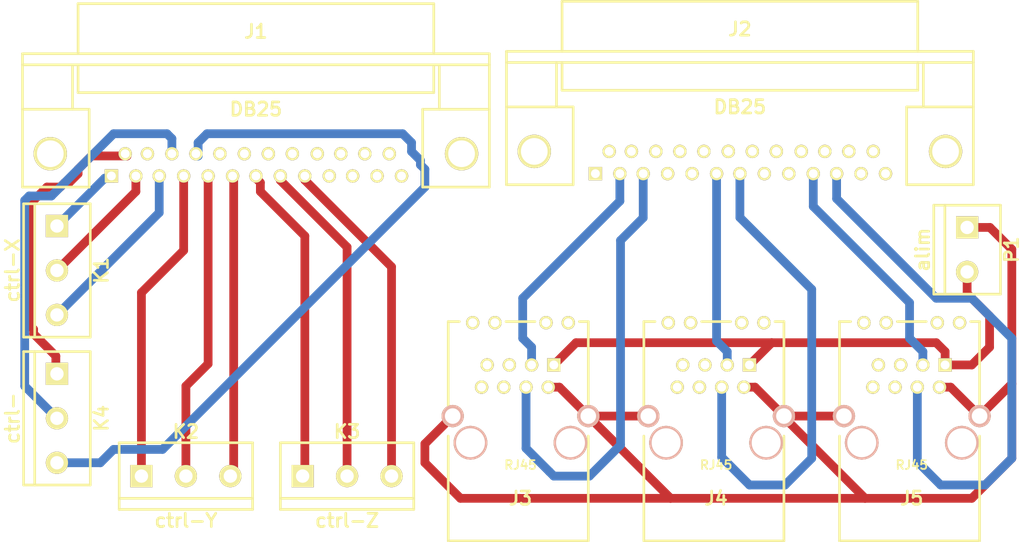
<source format=kicad_pcb>
(kicad_pcb (version 3) (host pcbnew "(2013-07-07 BZR 4022)-stable")

  (general
    (links 30)
    (no_connects 0)
    (area 115.824 86.36 234.188 150.368)
    (thickness 1.6)
    (drawings 0)
    (tracks 138)
    (zones 0)
    (modules 10)
    (nets 21)
  )

  (page A3)
  (layers
    (15 Dessus.Cu signal)
    (0 Dessous.Cu signal)
    (16 Dessous.Adhes user)
    (17 Dessus.Adhes user)
    (18 Dessous.Pate user)
    (19 Dessus.Pate user)
    (20 Dessous.SilkS user)
    (21 Dessus.SilkS user)
    (22 Dessous.Masque user)
    (23 Dessus.Masque user)
    (24 Dessin.User user)
    (25 Cmts.User user)
    (26 Eco1.User user)
    (27 Eco2.User user)
    (28 Contours.Ci user)
  )

  (setup
    (last_trace_width 1)
    (trace_clearance 1)
    (zone_clearance 0.508)
    (zone_45_only no)
    (trace_min 0.254)
    (segment_width 0.2)
    (edge_width 0.15)
    (via_size 2)
    (via_drill 1)
    (via_min_size 0.889)
    (via_min_drill 0.508)
    (uvia_size 0.508)
    (uvia_drill 0.127)
    (uvias_allowed no)
    (uvia_min_size 0.508)
    (uvia_min_drill 0.127)
    (pcb_text_width 0.3)
    (pcb_text_size 1.5 1.5)
    (mod_edge_width 0.15)
    (mod_text_size 1.5 1.5)
    (mod_text_width 0.15)
    (pad_size 1.524 1.524)
    (pad_drill 0.762)
    (pad_to_mask_clearance 0.2)
    (aux_axis_origin 0 0)
    (visible_elements FFFFFFBF)
    (pcbplotparams
      (layerselection 3178497)
      (usegerberextensions true)
      (excludeedgelayer true)
      (linewidth 0.100000)
      (plotframeref false)
      (viasonmask false)
      (mode 1)
      (useauxorigin false)
      (hpglpennumber 1)
      (hpglpenspeed 20)
      (hpglpendiameter 15)
      (hpglpenoverlay 2)
      (psnegative false)
      (psa4output false)
      (plotreference true)
      (plotvalue true)
      (plotothertext true)
      (plotinvisibletext false)
      (padsonsilk false)
      (subtractmaskfromsilk false)
      (outputformat 1)
      (mirror false)
      (drillshape 1)
      (scaleselection 1)
      (outputdirectory ""))
  )

  (net 0 "")
  (net 1 +5V)
  (net 2 GND)
  (net 3 N-000001)
  (net 4 N-0000011)
  (net 5 N-0000012)
  (net 6 N-0000013)
  (net 7 N-0000014)
  (net 8 N-0000015)
  (net 9 N-0000016)
  (net 10 N-0000017)
  (net 11 N-0000018)
  (net 12 N-0000019)
  (net 13 N-000002)
  (net 14 N-0000020)
  (net 15 N-000003)
  (net 16 N-000004)
  (net 17 N-000005)
  (net 18 N-000006)
  (net 19 N-000007)
  (net 20 N-000008)

  (net_class Default "Ceci est la Netclass par défaut"
    (clearance 1)
    (trace_width 1)
    (via_dia 2)
    (via_drill 1)
    (uvia_dia 0.508)
    (uvia_drill 0.127)
    (add_net "")
    (add_net +5V)
    (add_net GND)
    (add_net N-000001)
    (add_net N-0000011)
    (add_net N-0000012)
    (add_net N-0000013)
    (add_net N-0000014)
    (add_net N-0000015)
    (add_net N-0000016)
    (add_net N-0000017)
    (add_net N-0000018)
    (add_net N-0000019)
    (add_net N-000002)
    (add_net N-0000020)
    (add_net N-000003)
    (add_net N-000004)
    (add_net N-000005)
    (add_net N-000006)
    (add_net N-000007)
    (add_net N-000008)
  )

  (module RJ45_TRANSFO (layer Dessus.Cu) (tedit 4C6963A3) (tstamp 52B60510)
    (at 224.536 129.54)
    (tags RJ45)
    (path /52B5FB4D)
    (fp_text reference J5 (at -3.81 15.24) (layer Dessus.SilkS)
      (effects (font (size 1.524 1.524) (thickness 0.3048)))
    )
    (fp_text value RJ45 (at -3.81 11.43) (layer Dessus.SilkS)
      (effects (font (size 1.00076 1.00076) (thickness 0.2032)))
    )
    (fp_line (start 3.937 20.066) (end 3.937 8.128) (layer Dessus.SilkS) (width 0.3048))
    (fp_line (start 3.937 4.953) (end 3.937 -4.953) (layer Dessus.SilkS) (width 0.3048))
    (fp_line (start -12.065 20.066) (end -12.065 8.128) (layer Dessus.SilkS) (width 0.3048))
    (fp_line (start -12.065 4.953) (end -12.065 -4.953) (layer Dessus.SilkS) (width 0.3048))
    (fp_line (start 3.937 -4.953) (end 2.921 -4.953) (layer Dessus.SilkS) (width 0.3048))
    (fp_line (start -5.461 -4.953) (end -2.159 -4.953) (layer Dessus.SilkS) (width 0.3048))
    (fp_line (start -12.065 -4.953) (end -10.795 -4.953) (layer Dessus.SilkS) (width 0.3048))
    (fp_line (start -12.065 20.11172) (end 3.937 20.11172) (layer Dessus.SilkS) (width 0.3048))
    (pad Hole thru_hole circle (at 1.905 8.89) (size 3.85064 3.85064) (drill 3.302)
      (layers *.Cu *.SilkS *.Mask)
    )
    (pad Hole thru_hole circle (at -9.525 8.89) (size 3.85064 3.85064) (drill 3.302)
      (layers *.Cu *.SilkS *.Mask)
    )
    (pad 8 thru_hole circle (at -8.255 2.54) (size 1.524 1.524) (drill 1.016)
      (layers *.Cu *.Mask Dessus.SilkS)
    )
    (pad 7 thru_hole circle (at -7.62 0) (size 1.524 1.524) (drill 1.016)
      (layers *.Cu *.Mask Dessus.SilkS)
    )
    (pad 6 thru_hole circle (at -5.715 2.54) (size 1.524 1.524) (drill 1.016)
      (layers *.Cu *.Mask Dessus.SilkS)
    )
    (pad 5 thru_hole circle (at -5.08 0) (size 1.524 1.524) (drill 1.016)
      (layers *.Cu *.Mask Dessus.SilkS)
    )
    (pad 4 thru_hole circle (at -3.175 2.54) (size 1.524 1.524) (drill 1.016)
      (layers *.Cu *.Mask Dessus.SilkS)
      (net 7 N-0000014)
    )
    (pad 3 thru_hole circle (at -2.54 0) (size 1.524 1.524) (drill 1.016)
      (layers *.Cu *.Mask Dessus.SilkS)
      (net 10 N-0000017)
    )
    (pad 2 thru_hole circle (at -0.635 2.54) (size 1.524 1.524) (drill 1.016)
      (layers *.Cu *.Mask Dessus.SilkS)
      (net 2 GND)
    )
    (pad 13 thru_hole circle (at 3.937 5.842) (size 2.54 2.54) (drill 1.778)
      (layers *.Cu *.SilkS *.Mask)
      (net 2 GND)
    )
    (pad 13 thru_hole circle (at -11.557 5.842) (size 2.54 2.54) (drill 1.778)
      (layers *.Cu *.SilkS *.Mask)
      (net 2 GND)
    )
    (pad YK thru_hole circle (at -6.731 -4.826) (size 1.524 1.524) (drill 1.016)
      (layers *.Cu *.Mask Dessus.SilkS)
    )
    (pad GA thru_hole circle (at -0.889 -4.826) (size 1.524 1.524) (drill 1.016)
      (layers *.Cu *.Mask Dessus.SilkS)
    )
    (pad YA thru_hole circle (at -9.271 -4.826) (size 1.524 1.524) (drill 1.016)
      (layers *.Cu *.Mask Dessus.SilkS)
    )
    (pad GK thru_hole circle (at 1.651 -4.826) (size 1.524 1.524) (drill 1.016)
      (layers *.Cu *.Mask Dessus.SilkS)
    )
    (pad 1 thru_hole rect (at 0 0) (size 1.524 1.524) (drill 1.016)
      (layers *.Cu *.Mask Dessus.SilkS)
      (net 1 +5V)
    )
  )

  (module RJ45_TRANSFO (layer Dessus.Cu) (tedit 4C6963A3) (tstamp 52B6052C)
    (at 202.184 129.54)
    (tags RJ45)
    (path /52B5FC63)
    (fp_text reference J4 (at -3.81 15.24) (layer Dessus.SilkS)
      (effects (font (size 1.524 1.524) (thickness 0.3048)))
    )
    (fp_text value RJ45 (at -3.81 11.43) (layer Dessus.SilkS)
      (effects (font (size 1.00076 1.00076) (thickness 0.2032)))
    )
    (fp_line (start 3.937 20.066) (end 3.937 8.128) (layer Dessus.SilkS) (width 0.3048))
    (fp_line (start 3.937 4.953) (end 3.937 -4.953) (layer Dessus.SilkS) (width 0.3048))
    (fp_line (start -12.065 20.066) (end -12.065 8.128) (layer Dessus.SilkS) (width 0.3048))
    (fp_line (start -12.065 4.953) (end -12.065 -4.953) (layer Dessus.SilkS) (width 0.3048))
    (fp_line (start 3.937 -4.953) (end 2.921 -4.953) (layer Dessus.SilkS) (width 0.3048))
    (fp_line (start -5.461 -4.953) (end -2.159 -4.953) (layer Dessus.SilkS) (width 0.3048))
    (fp_line (start -12.065 -4.953) (end -10.795 -4.953) (layer Dessus.SilkS) (width 0.3048))
    (fp_line (start -12.065 20.11172) (end 3.937 20.11172) (layer Dessus.SilkS) (width 0.3048))
    (pad Hole thru_hole circle (at 1.905 8.89) (size 3.85064 3.85064) (drill 3.302)
      (layers *.Cu *.SilkS *.Mask)
    )
    (pad Hole thru_hole circle (at -9.525 8.89) (size 3.85064 3.85064) (drill 3.302)
      (layers *.Cu *.SilkS *.Mask)
    )
    (pad 8 thru_hole circle (at -8.255 2.54) (size 1.524 1.524) (drill 1.016)
      (layers *.Cu *.Mask Dessus.SilkS)
    )
    (pad 7 thru_hole circle (at -7.62 0) (size 1.524 1.524) (drill 1.016)
      (layers *.Cu *.Mask Dessus.SilkS)
    )
    (pad 6 thru_hole circle (at -5.715 2.54) (size 1.524 1.524) (drill 1.016)
      (layers *.Cu *.Mask Dessus.SilkS)
    )
    (pad 5 thru_hole circle (at -5.08 0) (size 1.524 1.524) (drill 1.016)
      (layers *.Cu *.Mask Dessus.SilkS)
    )
    (pad 4 thru_hole circle (at -3.175 2.54) (size 1.524 1.524) (drill 1.016)
      (layers *.Cu *.Mask Dessus.SilkS)
      (net 9 N-0000016)
    )
    (pad 3 thru_hole circle (at -2.54 0) (size 1.524 1.524) (drill 1.016)
      (layers *.Cu *.Mask Dessus.SilkS)
      (net 8 N-0000015)
    )
    (pad 2 thru_hole circle (at -0.635 2.54) (size 1.524 1.524) (drill 1.016)
      (layers *.Cu *.Mask Dessus.SilkS)
      (net 2 GND)
    )
    (pad 13 thru_hole circle (at 3.937 5.842) (size 2.54 2.54) (drill 1.778)
      (layers *.Cu *.SilkS *.Mask)
      (net 2 GND)
    )
    (pad 13 thru_hole circle (at -11.557 5.842) (size 2.54 2.54) (drill 1.778)
      (layers *.Cu *.SilkS *.Mask)
      (net 2 GND)
    )
    (pad YK thru_hole circle (at -6.731 -4.826) (size 1.524 1.524) (drill 1.016)
      (layers *.Cu *.Mask Dessus.SilkS)
    )
    (pad GA thru_hole circle (at -0.889 -4.826) (size 1.524 1.524) (drill 1.016)
      (layers *.Cu *.Mask Dessus.SilkS)
    )
    (pad YA thru_hole circle (at -9.271 -4.826) (size 1.524 1.524) (drill 1.016)
      (layers *.Cu *.Mask Dessus.SilkS)
    )
    (pad GK thru_hole circle (at 1.651 -4.826) (size 1.524 1.524) (drill 1.016)
      (layers *.Cu *.Mask Dessus.SilkS)
    )
    (pad 1 thru_hole rect (at 0 0) (size 1.524 1.524) (drill 1.016)
      (layers *.Cu *.Mask Dessus.SilkS)
      (net 1 +5V)
    )
  )

  (module RJ45_TRANSFO (layer Dessus.Cu) (tedit 4C6963A3) (tstamp 52B60548)
    (at 179.832 129.54)
    (tags RJ45)
    (path /52B5FC69)
    (fp_text reference J3 (at -3.81 15.24) (layer Dessus.SilkS)
      (effects (font (size 1.524 1.524) (thickness 0.3048)))
    )
    (fp_text value RJ45 (at -3.81 11.43) (layer Dessus.SilkS)
      (effects (font (size 1.00076 1.00076) (thickness 0.2032)))
    )
    (fp_line (start 3.937 20.066) (end 3.937 8.128) (layer Dessus.SilkS) (width 0.3048))
    (fp_line (start 3.937 4.953) (end 3.937 -4.953) (layer Dessus.SilkS) (width 0.3048))
    (fp_line (start -12.065 20.066) (end -12.065 8.128) (layer Dessus.SilkS) (width 0.3048))
    (fp_line (start -12.065 4.953) (end -12.065 -4.953) (layer Dessus.SilkS) (width 0.3048))
    (fp_line (start 3.937 -4.953) (end 2.921 -4.953) (layer Dessus.SilkS) (width 0.3048))
    (fp_line (start -5.461 -4.953) (end -2.159 -4.953) (layer Dessus.SilkS) (width 0.3048))
    (fp_line (start -12.065 -4.953) (end -10.795 -4.953) (layer Dessus.SilkS) (width 0.3048))
    (fp_line (start -12.065 20.11172) (end 3.937 20.11172) (layer Dessus.SilkS) (width 0.3048))
    (pad Hole thru_hole circle (at 1.905 8.89) (size 3.85064 3.85064) (drill 3.302)
      (layers *.Cu *.SilkS *.Mask)
    )
    (pad Hole thru_hole circle (at -9.525 8.89) (size 3.85064 3.85064) (drill 3.302)
      (layers *.Cu *.SilkS *.Mask)
    )
    (pad 8 thru_hole circle (at -8.255 2.54) (size 1.524 1.524) (drill 1.016)
      (layers *.Cu *.Mask Dessus.SilkS)
    )
    (pad 7 thru_hole circle (at -7.62 0) (size 1.524 1.524) (drill 1.016)
      (layers *.Cu *.Mask Dessus.SilkS)
    )
    (pad 6 thru_hole circle (at -5.715 2.54) (size 1.524 1.524) (drill 1.016)
      (layers *.Cu *.Mask Dessus.SilkS)
    )
    (pad 5 thru_hole circle (at -5.08 0) (size 1.524 1.524) (drill 1.016)
      (layers *.Cu *.Mask Dessus.SilkS)
    )
    (pad 4 thru_hole circle (at -3.175 2.54) (size 1.524 1.524) (drill 1.016)
      (layers *.Cu *.Mask Dessus.SilkS)
      (net 14 N-0000020)
    )
    (pad 3 thru_hole circle (at -2.54 0) (size 1.524 1.524) (drill 1.016)
      (layers *.Cu *.Mask Dessus.SilkS)
      (net 12 N-0000019)
    )
    (pad 2 thru_hole circle (at -0.635 2.54) (size 1.524 1.524) (drill 1.016)
      (layers *.Cu *.Mask Dessus.SilkS)
      (net 2 GND)
    )
    (pad 13 thru_hole circle (at 3.937 5.842) (size 2.54 2.54) (drill 1.778)
      (layers *.Cu *.SilkS *.Mask)
      (net 2 GND)
    )
    (pad 13 thru_hole circle (at -11.557 5.842) (size 2.54 2.54) (drill 1.778)
      (layers *.Cu *.SilkS *.Mask)
      (net 2 GND)
    )
    (pad YK thru_hole circle (at -6.731 -4.826) (size 1.524 1.524) (drill 1.016)
      (layers *.Cu *.Mask Dessus.SilkS)
    )
    (pad GA thru_hole circle (at -0.889 -4.826) (size 1.524 1.524) (drill 1.016)
      (layers *.Cu *.Mask Dessus.SilkS)
    )
    (pad YA thru_hole circle (at -9.271 -4.826) (size 1.524 1.524) (drill 1.016)
      (layers *.Cu *.Mask Dessus.SilkS)
    )
    (pad GK thru_hole circle (at 1.651 -4.826) (size 1.524 1.524) (drill 1.016)
      (layers *.Cu *.Mask Dessus.SilkS)
    )
    (pad 1 thru_hole rect (at 0 0) (size 1.524 1.524) (drill 1.016)
      (layers *.Cu *.Mask Dessus.SilkS)
      (net 1 +5V)
    )
  )

  (module DB25FC (layer Dessus.Cu) (tedit 200000) (tstamp 52B6057B)
    (at 201.0918 106.4133)
    (descr "Connecteur DB25 femelle couche")
    (tags "CONN DB25")
    (path /52B5FB03)
    (fp_text reference J2 (at 0 -15.24) (layer Dessus.SilkS)
      (effects (font (size 1.524 1.524) (thickness 0.3048)))
    )
    (fp_text value DB25 (at 0 -6.35) (layer Dessus.SilkS)
      (effects (font (size 1.524 1.524) (thickness 0.3048)))
    )
    (fp_line (start 26.67 -11.43) (end 26.67 2.54) (layer Dessus.SilkS) (width 0.3048))
    (fp_line (start 19.05 -6.35) (end 19.05 2.54) (layer Dessus.SilkS) (width 0.3048))
    (fp_line (start 20.955 -11.43) (end 20.955 -6.35) (layer Dessus.SilkS) (width 0.3048))
    (fp_line (start -20.955 -11.43) (end -20.955 -6.35) (layer Dessus.SilkS) (width 0.3048))
    (fp_line (start -19.05 -6.35) (end -19.05 2.54) (layer Dessus.SilkS) (width 0.3048))
    (fp_line (start -26.67 2.54) (end -26.67 -11.43) (layer Dessus.SilkS) (width 0.3048))
    (fp_line (start 26.67 -6.35) (end 19.05 -6.35) (layer Dessus.SilkS) (width 0.3048))
    (fp_line (start -26.67 -6.35) (end -19.05 -6.35) (layer Dessus.SilkS) (width 0.3048))
    (fp_line (start 20.32 -8.255) (end 20.32 -11.43) (layer Dessus.SilkS) (width 0.3048))
    (fp_line (start -20.32 -8.255) (end -20.32 -11.43) (layer Dessus.SilkS) (width 0.3048))
    (fp_line (start 20.32 -18.415) (end 20.32 -12.7) (layer Dessus.SilkS) (width 0.3048))
    (fp_line (start -20.32 -18.415) (end -20.32 -12.7) (layer Dessus.SilkS) (width 0.3048))
    (fp_line (start 26.67 -11.43) (end 26.67 -12.7) (layer Dessus.SilkS) (width 0.3048))
    (fp_line (start 26.67 -12.7) (end -26.67 -12.7) (layer Dessus.SilkS) (width 0.3048))
    (fp_line (start -26.67 -12.7) (end -26.67 -11.43) (layer Dessus.SilkS) (width 0.3048))
    (fp_line (start -26.67 -11.43) (end 26.67 -11.43) (layer Dessus.SilkS) (width 0.3048))
    (fp_line (start 19.05 2.54) (end 26.67 2.54) (layer Dessus.SilkS) (width 0.3048))
    (fp_line (start -20.32 -8.255) (end 20.32 -8.255) (layer Dessus.SilkS) (width 0.3048))
    (fp_line (start -20.32 -18.415) (end 20.32 -18.415) (layer Dessus.SilkS) (width 0.3048))
    (fp_line (start -26.67 2.54) (end -19.05 2.54) (layer Dessus.SilkS) (width 0.3048))
    (pad "" thru_hole circle (at 23.495 -1.27) (size 3.81 3.81) (drill 3.048)
      (layers *.Cu *.Mask Dessus.SilkS)
    )
    (pad "" thru_hole circle (at -23.495 -1.27) (size 3.81 3.81) (drill 3.048)
      (layers *.Cu *.Mask Dessus.SilkS)
    )
    (pad 1 thru_hole rect (at -16.51 1.27) (size 1.524 1.524) (drill 1.016)
      (layers *.Cu *.Mask Dessus.SilkS)
    )
    (pad 2 thru_hole circle (at -13.716 1.27) (size 1.524 1.524) (drill 1.016)
      (layers *.Cu *.Mask Dessus.SilkS)
      (net 12 N-0000019)
    )
    (pad 3 thru_hole circle (at -11.049 1.27) (size 1.524 1.524) (drill 1.016)
      (layers *.Cu *.Mask Dessus.SilkS)
      (net 14 N-0000020)
    )
    (pad 4 thru_hole circle (at -8.255 1.27) (size 1.524 1.524) (drill 1.016)
      (layers *.Cu *.Mask Dessus.SilkS)
    )
    (pad 5 thru_hole circle (at -5.461 1.27) (size 1.524 1.524) (drill 1.016)
      (layers *.Cu *.Mask Dessus.SilkS)
    )
    (pad 6 thru_hole circle (at -2.667 1.27) (size 1.524 1.524) (drill 1.016)
      (layers *.Cu *.Mask Dessus.SilkS)
      (net 8 N-0000015)
    )
    (pad 7 thru_hole circle (at 0 1.27) (size 1.524 1.524) (drill 1.016)
      (layers *.Cu *.Mask Dessus.SilkS)
      (net 9 N-0000016)
    )
    (pad 8 thru_hole circle (at 2.794 1.27) (size 1.524 1.524) (drill 1.016)
      (layers *.Cu *.Mask Dessus.SilkS)
    )
    (pad 9 thru_hole circle (at 5.588 1.27) (size 1.524 1.524) (drill 1.016)
      (layers *.Cu *.Mask Dessus.SilkS)
    )
    (pad 10 thru_hole circle (at 8.382 1.27) (size 1.524 1.524) (drill 1.016)
      (layers *.Cu *.Mask Dessus.SilkS)
      (net 10 N-0000017)
    )
    (pad 11 thru_hole circle (at 11.049 1.27) (size 1.524 1.524) (drill 1.016)
      (layers *.Cu *.Mask Dessus.SilkS)
      (net 7 N-0000014)
    )
    (pad 12 thru_hole circle (at 13.843 1.27) (size 1.524 1.524) (drill 1.016)
      (layers *.Cu *.Mask Dessus.SilkS)
    )
    (pad 13 thru_hole circle (at 16.637 1.27) (size 1.524 1.524) (drill 1.016)
      (layers *.Cu *.Mask Dessus.SilkS)
    )
    (pad 14 thru_hole circle (at -14.9352 -1.27) (size 1.524 1.524) (drill 1.016)
      (layers *.Cu *.Mask Dessus.SilkS)
    )
    (pad 15 thru_hole circle (at -12.3952 -1.27) (size 1.524 1.524) (drill 1.016)
      (layers *.Cu *.Mask Dessus.SilkS)
    )
    (pad 16 thru_hole circle (at -9.6012 -1.27) (size 1.524 1.524) (drill 1.016)
      (layers *.Cu *.Mask Dessus.SilkS)
    )
    (pad 17 thru_hole circle (at -6.858 -1.27) (size 1.524 1.524) (drill 1.016)
      (layers *.Cu *.Mask Dessus.SilkS)
    )
    (pad 18 thru_hole circle (at -4.1148 -1.27) (size 1.524 1.524) (drill 1.016)
      (layers *.Cu *.Mask Dessus.SilkS)
    )
    (pad 19 thru_hole circle (at -1.3208 -1.27) (size 1.524 1.524) (drill 1.016)
      (layers *.Cu *.Mask Dessus.SilkS)
    )
    (pad 20 thru_hole circle (at 1.4224 -1.27) (size 1.524 1.524) (drill 1.016)
      (layers *.Cu *.Mask Dessus.SilkS)
    )
    (pad 21 thru_hole circle (at 4.1656 -1.27) (size 1.524 1.524) (drill 1.016)
      (layers *.Cu *.Mask Dessus.SilkS)
    )
    (pad 22 thru_hole circle (at 7.0104 -1.27) (size 1.524 1.524) (drill 1.016)
      (layers *.Cu *.Mask Dessus.SilkS)
    )
    (pad 23 thru_hole circle (at 9.7028 -1.27) (size 1.524 1.524) (drill 1.016)
      (layers *.Cu *.Mask Dessus.SilkS)
    )
    (pad 24 thru_hole circle (at 12.446 -1.27) (size 1.524 1.524) (drill 1.016)
      (layers *.Cu *.Mask Dessus.SilkS)
    )
    (pad 25 thru_hole circle (at 15.24 -1.27) (size 1.524 1.524) (drill 1.016)
      (layers *.Cu *.Mask Dessus.SilkS)
    )
    (model conn_DBxx/db25_female_pin90deg.wrl
      (at (xyz 0 0 0))
      (scale (xyz 1 1 1))
      (rotate (xyz 0 0 0))
    )
  )

  (module DB25FC (layer Dessus.Cu) (tedit 200000) (tstamp 52B605AE)
    (at 145.796 106.68)
    (descr "Connecteur DB25 femelle couche")
    (tags "CONN DB25")
    (path /52B5FB13)
    (fp_text reference J1 (at 0 -15.24) (layer Dessus.SilkS)
      (effects (font (size 1.524 1.524) (thickness 0.3048)))
    )
    (fp_text value DB25 (at 0 -6.35) (layer Dessus.SilkS)
      (effects (font (size 1.524 1.524) (thickness 0.3048)))
    )
    (fp_line (start 26.67 -11.43) (end 26.67 2.54) (layer Dessus.SilkS) (width 0.3048))
    (fp_line (start 19.05 -6.35) (end 19.05 2.54) (layer Dessus.SilkS) (width 0.3048))
    (fp_line (start 20.955 -11.43) (end 20.955 -6.35) (layer Dessus.SilkS) (width 0.3048))
    (fp_line (start -20.955 -11.43) (end -20.955 -6.35) (layer Dessus.SilkS) (width 0.3048))
    (fp_line (start -19.05 -6.35) (end -19.05 2.54) (layer Dessus.SilkS) (width 0.3048))
    (fp_line (start -26.67 2.54) (end -26.67 -11.43) (layer Dessus.SilkS) (width 0.3048))
    (fp_line (start 26.67 -6.35) (end 19.05 -6.35) (layer Dessus.SilkS) (width 0.3048))
    (fp_line (start -26.67 -6.35) (end -19.05 -6.35) (layer Dessus.SilkS) (width 0.3048))
    (fp_line (start 20.32 -8.255) (end 20.32 -11.43) (layer Dessus.SilkS) (width 0.3048))
    (fp_line (start -20.32 -8.255) (end -20.32 -11.43) (layer Dessus.SilkS) (width 0.3048))
    (fp_line (start 20.32 -18.415) (end 20.32 -12.7) (layer Dessus.SilkS) (width 0.3048))
    (fp_line (start -20.32 -18.415) (end -20.32 -12.7) (layer Dessus.SilkS) (width 0.3048))
    (fp_line (start 26.67 -11.43) (end 26.67 -12.7) (layer Dessus.SilkS) (width 0.3048))
    (fp_line (start 26.67 -12.7) (end -26.67 -12.7) (layer Dessus.SilkS) (width 0.3048))
    (fp_line (start -26.67 -12.7) (end -26.67 -11.43) (layer Dessus.SilkS) (width 0.3048))
    (fp_line (start -26.67 -11.43) (end 26.67 -11.43) (layer Dessus.SilkS) (width 0.3048))
    (fp_line (start 19.05 2.54) (end 26.67 2.54) (layer Dessus.SilkS) (width 0.3048))
    (fp_line (start -20.32 -8.255) (end 20.32 -8.255) (layer Dessus.SilkS) (width 0.3048))
    (fp_line (start -20.32 -18.415) (end 20.32 -18.415) (layer Dessus.SilkS) (width 0.3048))
    (fp_line (start -26.67 2.54) (end -19.05 2.54) (layer Dessus.SilkS) (width 0.3048))
    (pad "" thru_hole circle (at 23.495 -1.27) (size 3.81 3.81) (drill 3.048)
      (layers *.Cu *.Mask Dessus.SilkS)
    )
    (pad "" thru_hole circle (at -23.495 -1.27) (size 3.81 3.81) (drill 3.048)
      (layers *.Cu *.Mask Dessus.SilkS)
    )
    (pad 1 thru_hole rect (at -16.51 1.27) (size 1.524 1.524) (drill 1.016)
      (layers *.Cu *.Mask Dessus.SilkS)
      (net 4 N-0000011)
    )
    (pad 2 thru_hole circle (at -13.716 1.27) (size 1.524 1.524) (drill 1.016)
      (layers *.Cu *.Mask Dessus.SilkS)
      (net 5 N-0000012)
    )
    (pad 3 thru_hole circle (at -11.049 1.27) (size 1.524 1.524) (drill 1.016)
      (layers *.Cu *.Mask Dessus.SilkS)
      (net 6 N-0000013)
    )
    (pad 4 thru_hole circle (at -8.255 1.27) (size 1.524 1.524) (drill 1.016)
      (layers *.Cu *.Mask Dessus.SilkS)
      (net 3 N-000001)
    )
    (pad 5 thru_hole circle (at -5.461 1.27) (size 1.524 1.524) (drill 1.016)
      (layers *.Cu *.Mask Dessus.SilkS)
      (net 13 N-000002)
    )
    (pad 6 thru_hole circle (at -2.667 1.27) (size 1.524 1.524) (drill 1.016)
      (layers *.Cu *.Mask Dessus.SilkS)
      (net 15 N-000003)
    )
    (pad 7 thru_hole circle (at 0 1.27) (size 1.524 1.524) (drill 1.016)
      (layers *.Cu *.Mask Dessus.SilkS)
      (net 16 N-000004)
    )
    (pad 8 thru_hole circle (at 2.794 1.27) (size 1.524 1.524) (drill 1.016)
      (layers *.Cu *.Mask Dessus.SilkS)
      (net 17 N-000005)
    )
    (pad 9 thru_hole circle (at 5.588 1.27) (size 1.524 1.524) (drill 1.016)
      (layers *.Cu *.Mask Dessus.SilkS)
      (net 18 N-000006)
    )
    (pad 10 thru_hole circle (at 8.382 1.27) (size 1.524 1.524) (drill 1.016)
      (layers *.Cu *.Mask Dessus.SilkS)
    )
    (pad 11 thru_hole circle (at 11.049 1.27) (size 1.524 1.524) (drill 1.016)
      (layers *.Cu *.Mask Dessus.SilkS)
    )
    (pad 12 thru_hole circle (at 13.843 1.27) (size 1.524 1.524) (drill 1.016)
      (layers *.Cu *.Mask Dessus.SilkS)
    )
    (pad 13 thru_hole circle (at 16.637 1.27) (size 1.524 1.524) (drill 1.016)
      (layers *.Cu *.Mask Dessus.SilkS)
    )
    (pad 14 thru_hole circle (at -14.9352 -1.27) (size 1.524 1.524) (drill 1.016)
      (layers *.Cu *.Mask Dessus.SilkS)
      (net 19 N-000007)
    )
    (pad 15 thru_hole circle (at -12.3952 -1.27) (size 1.524 1.524) (drill 1.016)
      (layers *.Cu *.Mask Dessus.SilkS)
    )
    (pad 16 thru_hole circle (at -9.6012 -1.27) (size 1.524 1.524) (drill 1.016)
      (layers *.Cu *.Mask Dessus.SilkS)
      (net 20 N-000008)
    )
    (pad 17 thru_hole circle (at -6.858 -1.27) (size 1.524 1.524) (drill 1.016)
      (layers *.Cu *.Mask Dessus.SilkS)
      (net 11 N-0000018)
    )
    (pad 18 thru_hole circle (at -4.1148 -1.27) (size 1.524 1.524) (drill 1.016)
      (layers *.Cu *.Mask Dessus.SilkS)
    )
    (pad 19 thru_hole circle (at -1.3208 -1.27) (size 1.524 1.524) (drill 1.016)
      (layers *.Cu *.Mask Dessus.SilkS)
    )
    (pad 20 thru_hole circle (at 1.4224 -1.27) (size 1.524 1.524) (drill 1.016)
      (layers *.Cu *.Mask Dessus.SilkS)
    )
    (pad 21 thru_hole circle (at 4.1656 -1.27) (size 1.524 1.524) (drill 1.016)
      (layers *.Cu *.Mask Dessus.SilkS)
    )
    (pad 22 thru_hole circle (at 7.0104 -1.27) (size 1.524 1.524) (drill 1.016)
      (layers *.Cu *.Mask Dessus.SilkS)
    )
    (pad 23 thru_hole circle (at 9.7028 -1.27) (size 1.524 1.524) (drill 1.016)
      (layers *.Cu *.Mask Dessus.SilkS)
    )
    (pad 24 thru_hole circle (at 12.446 -1.27) (size 1.524 1.524) (drill 1.016)
      (layers *.Cu *.Mask Dessus.SilkS)
    )
    (pad 25 thru_hole circle (at 15.24 -1.27) (size 1.524 1.524) (drill 1.016)
      (layers *.Cu *.Mask Dessus.SilkS)
    )
    (model conn_DBxx/db25_female_pin90deg.wrl
      (at (xyz 0 0 0))
      (scale (xyz 1 1 1))
      (rotate (xyz 0 0 0))
    )
  )

  (module bornier3 (layer Dessus.Cu) (tedit 3EC0ECFA) (tstamp 52B605BA)
    (at 123.063 118.745 270)
    (descr "Bornier d'alimentation 3 pins")
    (tags DEV)
    (path /52B5FD20)
    (fp_text reference K1 (at 0 -5.08 270) (layer Dessus.SilkS)
      (effects (font (size 1.524 1.524) (thickness 0.3048)))
    )
    (fp_text value ctrl-X (at 0 5.08 270) (layer Dessus.SilkS)
      (effects (font (size 1.524 1.524) (thickness 0.3048)))
    )
    (fp_line (start -7.62 3.81) (end -7.62 -3.81) (layer Dessus.SilkS) (width 0.3048))
    (fp_line (start 7.62 3.81) (end 7.62 -3.81) (layer Dessus.SilkS) (width 0.3048))
    (fp_line (start -7.62 2.54) (end 7.62 2.54) (layer Dessus.SilkS) (width 0.3048))
    (fp_line (start -7.62 -3.81) (end 7.62 -3.81) (layer Dessus.SilkS) (width 0.3048))
    (fp_line (start -7.62 3.81) (end 7.62 3.81) (layer Dessus.SilkS) (width 0.3048))
    (pad 1 thru_hole rect (at -5.08 0 270) (size 2.54 2.54) (drill 1.524)
      (layers *.Cu *.Mask Dessus.SilkS)
      (net 4 N-0000011)
    )
    (pad 2 thru_hole circle (at 0 0 270) (size 2.54 2.54) (drill 1.524)
      (layers *.Cu *.Mask Dessus.SilkS)
      (net 5 N-0000012)
    )
    (pad 3 thru_hole circle (at 5.08 0 270) (size 2.54 2.54) (drill 1.524)
      (layers *.Cu *.Mask Dessus.SilkS)
      (net 6 N-0000013)
    )
    (model device/bornier_3.wrl
      (at (xyz 0 0 0))
      (scale (xyz 1 1 1))
      (rotate (xyz 0 0 0))
    )
  )

  (module bornier3 (layer Dessus.Cu) (tedit 3EC0ECFA) (tstamp 52B605C6)
    (at 137.795 142.24)
    (descr "Bornier d'alimentation 3 pins")
    (tags DEV)
    (path /52B5FD2D)
    (fp_text reference K2 (at 0 -5.08) (layer Dessus.SilkS)
      (effects (font (size 1.524 1.524) (thickness 0.3048)))
    )
    (fp_text value ctrl-Y (at 0 5.08) (layer Dessus.SilkS)
      (effects (font (size 1.524 1.524) (thickness 0.3048)))
    )
    (fp_line (start -7.62 3.81) (end -7.62 -3.81) (layer Dessus.SilkS) (width 0.3048))
    (fp_line (start 7.62 3.81) (end 7.62 -3.81) (layer Dessus.SilkS) (width 0.3048))
    (fp_line (start -7.62 2.54) (end 7.62 2.54) (layer Dessus.SilkS) (width 0.3048))
    (fp_line (start -7.62 -3.81) (end 7.62 -3.81) (layer Dessus.SilkS) (width 0.3048))
    (fp_line (start -7.62 3.81) (end 7.62 3.81) (layer Dessus.SilkS) (width 0.3048))
    (pad 1 thru_hole rect (at -5.08 0) (size 2.54 2.54) (drill 1.524)
      (layers *.Cu *.Mask Dessus.SilkS)
      (net 3 N-000001)
    )
    (pad 2 thru_hole circle (at 0 0) (size 2.54 2.54) (drill 1.524)
      (layers *.Cu *.Mask Dessus.SilkS)
      (net 13 N-000002)
    )
    (pad 3 thru_hole circle (at 5.08 0) (size 2.54 2.54) (drill 1.524)
      (layers *.Cu *.Mask Dessus.SilkS)
      (net 15 N-000003)
    )
    (model device/bornier_3.wrl
      (at (xyz 0 0 0))
      (scale (xyz 1 1 1))
      (rotate (xyz 0 0 0))
    )
  )

  (module bornier3 (layer Dessus.Cu) (tedit 3EC0ECFA) (tstamp 52B605D2)
    (at 156.21 142.24)
    (descr "Bornier d'alimentation 3 pins")
    (tags DEV)
    (path /52B5FD33)
    (fp_text reference K3 (at 0 -5.08) (layer Dessus.SilkS)
      (effects (font (size 1.524 1.524) (thickness 0.3048)))
    )
    (fp_text value ctrl-Z (at 0 5.08) (layer Dessus.SilkS)
      (effects (font (size 1.524 1.524) (thickness 0.3048)))
    )
    (fp_line (start -7.62 3.81) (end -7.62 -3.81) (layer Dessus.SilkS) (width 0.3048))
    (fp_line (start 7.62 3.81) (end 7.62 -3.81) (layer Dessus.SilkS) (width 0.3048))
    (fp_line (start -7.62 2.54) (end 7.62 2.54) (layer Dessus.SilkS) (width 0.3048))
    (fp_line (start -7.62 -3.81) (end 7.62 -3.81) (layer Dessus.SilkS) (width 0.3048))
    (fp_line (start -7.62 3.81) (end 7.62 3.81) (layer Dessus.SilkS) (width 0.3048))
    (pad 1 thru_hole rect (at -5.08 0) (size 2.54 2.54) (drill 1.524)
      (layers *.Cu *.Mask Dessus.SilkS)
      (net 16 N-000004)
    )
    (pad 2 thru_hole circle (at 0 0) (size 2.54 2.54) (drill 1.524)
      (layers *.Cu *.Mask Dessus.SilkS)
      (net 17 N-000005)
    )
    (pad 3 thru_hole circle (at 5.08 0) (size 2.54 2.54) (drill 1.524)
      (layers *.Cu *.Mask Dessus.SilkS)
      (net 18 N-000006)
    )
    (model device/bornier_3.wrl
      (at (xyz 0 0 0))
      (scale (xyz 1 1 1))
      (rotate (xyz 0 0 0))
    )
  )

  (module bornier3 (layer Dessus.Cu) (tedit 3EC0ECFA) (tstamp 52B605DE)
    (at 123.063 135.636 270)
    (descr "Bornier d'alimentation 3 pins")
    (tags DEV)
    (path /52B5FD39)
    (fp_text reference K4 (at 0 -5.08 270) (layer Dessus.SilkS)
      (effects (font (size 1.524 1.524) (thickness 0.3048)))
    )
    (fp_text value ctrl- (at 0 5.08 270) (layer Dessus.SilkS)
      (effects (font (size 1.524 1.524) (thickness 0.3048)))
    )
    (fp_line (start -7.62 3.81) (end -7.62 -3.81) (layer Dessus.SilkS) (width 0.3048))
    (fp_line (start 7.62 3.81) (end 7.62 -3.81) (layer Dessus.SilkS) (width 0.3048))
    (fp_line (start -7.62 2.54) (end 7.62 2.54) (layer Dessus.SilkS) (width 0.3048))
    (fp_line (start -7.62 -3.81) (end 7.62 -3.81) (layer Dessus.SilkS) (width 0.3048))
    (fp_line (start -7.62 3.81) (end 7.62 3.81) (layer Dessus.SilkS) (width 0.3048))
    (pad 1 thru_hole rect (at -5.08 0 270) (size 2.54 2.54) (drill 1.524)
      (layers *.Cu *.Mask Dessus.SilkS)
      (net 19 N-000007)
    )
    (pad 2 thru_hole circle (at 0 0 270) (size 2.54 2.54) (drill 1.524)
      (layers *.Cu *.Mask Dessus.SilkS)
      (net 20 N-000008)
    )
    (pad 3 thru_hole circle (at 5.08 0 270) (size 2.54 2.54) (drill 1.524)
      (layers *.Cu *.Mask Dessus.SilkS)
      (net 11 N-0000018)
    )
    (model device/bornier_3.wrl
      (at (xyz 0 0 0))
      (scale (xyz 1 1 1))
      (rotate (xyz 0 0 0))
    )
  )

  (module bornier2 (layer Dessus.Cu) (tedit 3EC0ED69) (tstamp 52B605E9)
    (at 227.0506 116.3701 270)
    (descr "Bornier d'alimentation 2 pins")
    (tags DEV)
    (path /52B5FCB8)
    (fp_text reference P1 (at 0 -5.08 270) (layer Dessus.SilkS)
      (effects (font (size 1.524 1.524) (thickness 0.3048)))
    )
    (fp_text value alim (at 0 5.08 270) (layer Dessus.SilkS)
      (effects (font (size 1.524 1.524) (thickness 0.3048)))
    )
    (fp_line (start 5.08 2.54) (end -5.08 2.54) (layer Dessus.SilkS) (width 0.3048))
    (fp_line (start 5.08 3.81) (end 5.08 -3.81) (layer Dessus.SilkS) (width 0.3048))
    (fp_line (start 5.08 -3.81) (end -5.08 -3.81) (layer Dessus.SilkS) (width 0.3048))
    (fp_line (start -5.08 -3.81) (end -5.08 3.81) (layer Dessus.SilkS) (width 0.3048))
    (fp_line (start -5.08 3.81) (end 5.08 3.81) (layer Dessus.SilkS) (width 0.3048))
    (pad 1 thru_hole rect (at -2.54 0 270) (size 2.54 2.54) (drill 1.524)
      (layers *.Cu *.Mask Dessus.SilkS)
      (net 2 GND)
    )
    (pad 2 thru_hole circle (at 2.54 0 270) (size 2.54 2.54) (drill 1.524)
      (layers *.Cu *.Mask Dessus.SilkS)
      (net 1 +5V)
    )
    (model device/bornier_2.wrl
      (at (xyz 0 0 0))
      (scale (xyz 1 1 1))
      (rotate (xyz 0 0 0))
    )
  )

  (segment (start 204.724 127) (end 182.372 127) (width 1) (layer Dessus.Cu) (net 1))
  (segment (start 182.372 127) (end 179.832 129.54) (width 1) (layer Dessus.Cu) (net 1) (tstamp 52B6089F))
  (segment (start 224.536 129.54) (end 224.536 128.016) (width 1) (layer Dessus.Cu) (net 1))
  (segment (start 204.724 127) (end 202.184 129.54) (width 1) (layer Dessus.Cu) (net 1) (tstamp 52B6089C))
  (segment (start 223.52 127) (end 204.724 127) (width 1) (layer Dessus.Cu) (net 1) (tstamp 52B6089B))
  (segment (start 224.536 128.016) (end 223.52 127) (width 1) (layer Dessus.Cu) (net 1) (tstamp 52B6089A))
  (segment (start 227.0506 118.9101) (end 227.0506 121.3866) (width 1) (layer Dessus.Cu) (net 1))
  (segment (start 227.584 129.54) (end 224.536 129.54) (width 1) (layer Dessus.Cu) (net 1) (tstamp 52B60897))
  (segment (start 229.616 127.508) (end 227.584 129.54) (width 1) (layer Dessus.Cu) (net 1) (tstamp 52B60896))
  (segment (start 229.616 123.952) (end 229.616 127.508) (width 1) (layer Dessus.Cu) (net 1) (tstamp 52B60895))
  (segment (start 227.0506 121.3866) (end 229.616 123.952) (width 1) (layer Dessus.Cu) (net 1) (tstamp 52B60894))
  (segment (start 193.167 144.78) (end 169.164 144.78) (width 1) (layer Dessus.Cu) (net 2))
  (segment (start 165.1 138.557) (end 168.275 135.382) (width 1) (layer Dessus.Cu) (net 2) (tstamp 52B60A77))
  (segment (start 165.1 140.716) (end 165.1 138.557) (width 1) (layer Dessus.Cu) (net 2) (tstamp 52B60A75))
  (segment (start 169.164 144.78) (end 165.1 140.716) (width 1) (layer Dessus.Cu) (net 2) (tstamp 52B60A71))
  (segment (start 190.627 135.382) (end 183.769 135.382) (width 1) (layer Dessus.Cu) (net 2))
  (segment (start 212.979 135.382) (end 206.121 135.382) (width 1) (layer Dessus.Cu) (net 2))
  (segment (start 206.121 135.382) (end 206.121 135.509) (width 1) (layer Dessus.Cu) (net 2))
  (segment (start 206.121 135.509) (end 215.392 144.78) (width 1) (layer Dessus.Cu) (net 2) (tstamp 52B60A58))
  (segment (start 201.549 132.08) (end 202.819 132.08) (width 1) (layer Dessus.Cu) (net 2))
  (segment (start 202.819 132.08) (end 206.121 135.382) (width 1) (layer Dessus.Cu) (net 2) (tstamp 52B60A55))
  (segment (start 179.197 132.08) (end 180.467 132.08) (width 1) (layer Dessus.Cu) (net 2))
  (segment (start 180.467 132.08) (end 183.769 135.382) (width 1) (layer Dessus.Cu) (net 2) (tstamp 52B60A51))
  (segment (start 232.156 131.699) (end 232.156 140.208) (width 1) (layer Dessus.Cu) (net 2))
  (segment (start 232.156 140.208) (end 227.584 144.78) (width 1) (layer Dessus.Cu) (net 2) (tstamp 52B60A3C))
  (segment (start 227.584 144.78) (end 215.392 144.78) (width 1) (layer Dessus.Cu) (net 2) (tstamp 52B60A3F))
  (segment (start 193.167 144.78) (end 183.769 135.382) (width 1) (layer Dessus.Cu) (net 2) (tstamp 52B60A4A))
  (segment (start 215.392 144.78) (end 193.167 144.78) (width 1) (layer Dessus.Cu) (net 2) (tstamp 52B60A63))
  (segment (start 223.901 132.08) (end 225.171 132.08) (width 1) (layer Dessus.Cu) (net 2))
  (segment (start 225.171 132.08) (end 228.473 135.382) (width 1) (layer Dessus.Cu) (net 2) (tstamp 52B60986))
  (segment (start 227.0506 113.8301) (end 229.6541 113.8301) (width 1) (layer Dessus.Cu) (net 2))
  (segment (start 232.156 131.699) (end 228.473 135.382) (width 1) (layer Dessus.Cu) (net 2) (tstamp 52B60970))
  (segment (start 232.156 116.332) (end 232.156 131.699) (width 1) (layer Dessus.Cu) (net 2) (tstamp 52B6096D))
  (segment (start 229.6541 113.8301) (end 232.156 116.332) (width 1) (layer Dessus.Cu) (net 2) (tstamp 52B60968))
  (segment (start 137.541 107.95) (end 137.541 116.459) (width 1) (layer Dessus.Cu) (net 3) (status 400000))
  (segment (start 132.715 121.285) (end 132.715 142.24) (width 1) (layer Dessus.Cu) (net 3) (tstamp 52B60BE9) (status 800000))
  (segment (start 137.541 116.459) (end 132.715 121.285) (width 1) (layer Dessus.Cu) (net 3) (tstamp 52B60BE2))
  (segment (start 123.063 113.665) (end 128.524 108.204) (width 1) (layer Dessous.Cu) (net 4) (status 80000))
  (segment (start 128.524 108.204) (end 129.54 108.204) (width 1) (layer Dessous.Cu) (net 4) (status 80000))
  (segment (start 129.54 108.204) (end 129.286 107.95) (width 1) (layer Dessous.Cu) (net 4) (tstamp 52B60AAD) (status 80000))
  (segment (start 132.08 107.95) (end 132.08 109.728) (width 1) (layer Dessus.Cu) (net 5) (status 400000))
  (segment (start 132.08 109.728) (end 123.063 118.745) (width 1) (layer Dessus.Cu) (net 5) (tstamp 52B60BF7) (status 800000))
  (segment (start 134.747 107.95) (end 134.747 112.141) (width 1) (layer Dessous.Cu) (net 6) (status 400000))
  (segment (start 134.747 112.141) (end 123.063 123.825) (width 1) (layer Dessous.Cu) (net 6) (tstamp 52B60BFC) (status 800000))
  (segment (start 221.361 132.08) (end 221.361 140.589) (width 1) (layer Dessous.Cu) (net 7) (status 400000))
  (segment (start 212.1408 110.5408) (end 212.1408 107.6833) (width 1) (layer Dessous.Cu) (net 7) (tstamp 52B60C26) (status 800000))
  (segment (start 223.52 121.92) (end 212.1408 110.5408) (width 1) (layer Dessous.Cu) (net 7) (tstamp 52B60C1F))
  (segment (start 227.584 121.92) (end 223.52 121.92) (width 1) (layer Dessous.Cu) (net 7) (tstamp 52B60C1C))
  (segment (start 232.156 126.492) (end 227.584 121.92) (width 1) (layer Dessous.Cu) (net 7) (tstamp 52B60C19))
  (segment (start 232.156 140.208) (end 232.156 126.492) (width 1) (layer Dessous.Cu) (net 7) (tstamp 52B60C14))
  (segment (start 229.108 143.256) (end 232.156 140.208) (width 1) (layer Dessous.Cu) (net 7) (tstamp 52B60C12))
  (segment (start 224.028 143.256) (end 229.108 143.256) (width 1) (layer Dessous.Cu) (net 7) (tstamp 52B60C10))
  (segment (start 221.361 140.589) (end 224.028 143.256) (width 1) (layer Dessous.Cu) (net 7) (tstamp 52B60C0E))
  (segment (start 199.644 129.54) (end 199.644 128.016) (width 1) (layer Dessous.Cu) (net 8) (status 400000))
  (segment (start 198.4248 126.7968) (end 198.4248 107.6833) (width 1) (layer Dessous.Cu) (net 8) (tstamp 52B60B8A) (status 800000))
  (segment (start 199.644 128.016) (end 198.4248 126.7968) (width 1) (layer Dessous.Cu) (net 8) (tstamp 52B60B88))
  (segment (start 199.009 132.08) (end 199.009 140.081) (width 1) (layer Dessous.Cu) (net 9) (status 400000))
  (segment (start 201.0918 112.6998) (end 201.0918 107.6833) (width 1) (layer Dessous.Cu) (net 9) (tstamp 52B60B6C) (status 800000))
  (segment (start 209.296 120.904) (end 201.0918 112.6998) (width 1) (layer Dessous.Cu) (net 9) (tstamp 52B60B6A))
  (segment (start 209.296 140.208) (end 209.296 120.904) (width 1) (layer Dessous.Cu) (net 9) (tstamp 52B60B67))
  (segment (start 206.248 143.256) (end 209.296 140.208) (width 1) (layer Dessous.Cu) (net 9) (tstamp 52B60B66))
  (segment (start 202.184 143.256) (end 206.248 143.256) (width 1) (layer Dessous.Cu) (net 9) (tstamp 52B60B65))
  (segment (start 199.009 140.081) (end 202.184 143.256) (width 1) (layer Dessous.Cu) (net 9) (tstamp 52B60B63))
  (segment (start 221.996 129.54) (end 221.996 128.016) (width 1) (layer Dessous.Cu) (net 10) (status 400000))
  (segment (start 209.4738 111.4298) (end 209.4738 107.6833) (width 1) (layer Dessous.Cu) (net 10) (tstamp 52B60B80) (status 800000))
  (segment (start 220.472 122.428) (end 209.4738 111.4298) (width 1) (layer Dessous.Cu) (net 10) (tstamp 52B60B7E))
  (segment (start 220.472 126.492) (end 220.472 122.428) (width 1) (layer Dessous.Cu) (net 10) (tstamp 52B60B7C))
  (segment (start 221.996 128.016) (end 220.472 126.492) (width 1) (layer Dessous.Cu) (net 10) (tstamp 52B60B78))
  (segment (start 138.938 105.41) (end 139.192 105.664) (width 1) (layer Dessous.Cu) (net 11) (status 80000))
  (segment (start 139.192 105.664) (end 139.192 104.14) (width 1) (layer Dessous.Cu) (net 11) (status 80000))
  (segment (start 139.192 104.14) (end 140.208 103.124) (width 1) (layer Dessous.Cu) (net 11) (status 80000))
  (segment (start 140.208 103.124) (end 162.56 103.124) (width 1) (layer Dessous.Cu) (net 11) (status 80000))
  (segment (start 162.56 103.124) (end 163.576 104.14) (width 1) (layer Dessous.Cu) (net 11) (status 80000))
  (segment (start 163.576 104.14) (end 163.576 105.156) (width 1) (layer Dessous.Cu) (net 11) (status 80000))
  (segment (start 163.576 105.156) (end 164.592 106.172) (width 1) (layer Dessous.Cu) (net 11) (status 80000))
  (segment (start 164.592 106.172) (end 164.592 106.68) (width 1) (layer Dessous.Cu) (net 11) (status 80000))
  (segment (start 164.592 106.68) (end 165.1 107.188) (width 1) (layer Dessous.Cu) (net 11) (status 80000))
  (segment (start 165.1 107.188) (end 165.1 109.22) (width 1) (layer Dessous.Cu) (net 11) (status 80000))
  (segment (start 165.1 109.22) (end 135.128 139.192) (width 1) (layer Dessous.Cu) (net 11) (status 80000))
  (segment (start 135.128 139.192) (end 129.54 139.192) (width 1) (layer Dessous.Cu) (net 11) (status 80000))
  (segment (start 129.54 139.192) (end 128.016 140.716) (width 1) (layer Dessous.Cu) (net 11) (status 80000))
  (segment (start 128.016 140.716) (end 123.063 140.716) (width 1) (layer Dessous.Cu) (net 11) (status 80000))
  (segment (start 177.292 129.54) (end 177.292 127.508) (width 1) (layer Dessous.Cu) (net 12) (status 400000))
  (segment (start 187.3758 110.8202) (end 187.3758 107.6833) (width 1) (layer Dessous.Cu) (net 12) (tstamp 52B60C45) (status 800000))
  (segment (start 176.276 121.92) (end 187.3758 110.8202) (width 1) (layer Dessous.Cu) (net 12) (tstamp 52B60C41))
  (segment (start 176.276 126.492) (end 176.276 121.92) (width 1) (layer Dessous.Cu) (net 12) (tstamp 52B60C3D))
  (segment (start 177.292 127.508) (end 176.276 126.492) (width 1) (layer Dessous.Cu) (net 12) (tstamp 52B60C3A))
  (segment (start 140.335 107.95) (end 140.335 129.413) (width 1) (layer Dessus.Cu) (net 13) (status 400000))
  (segment (start 137.795 131.953) (end 137.795 142.24) (width 1) (layer Dessus.Cu) (net 13) (tstamp 52B60BEE) (status 800000))
  (segment (start 140.335 129.413) (end 137.795 131.953) (width 1) (layer Dessus.Cu) (net 13) (tstamp 52B60BED))
  (segment (start 176.657 132.08) (end 176.657 139.065) (width 1) (layer Dessous.Cu) (net 14) (status 400000))
  (segment (start 176.657 139.065) (end 179.324 141.732) (width 1) (layer Dessous.Cu) (net 14) (tstamp 52B60B3E))
  (segment (start 179.324 141.732) (end 179.832 142.24) (width 1) (layer Dessous.Cu) (net 14) (tstamp 52B60B44))
  (segment (start 179.832 142.24) (end 183.896 142.24) (width 1) (layer Dessous.Cu) (net 14) (tstamp 52B60B29))
  (segment (start 190.0428 112.7252) (end 190.0428 107.6833) (width 1) (layer Dessous.Cu) (net 14) (tstamp 52B60B33) (status 800000))
  (segment (start 187.452 115.316) (end 190.0428 112.7252) (width 1) (layer Dessous.Cu) (net 14) (tstamp 52B60B2F))
  (segment (start 187.452 138.684) (end 187.452 115.316) (width 1) (layer Dessous.Cu) (net 14) (tstamp 52B60B2C))
  (segment (start 183.896 142.24) (end 187.452 138.684) (width 1) (layer Dessous.Cu) (net 14) (tstamp 52B60B2A))
  (segment (start 142.875 142.24) (end 142.748 142.24) (width 1) (layer Dessus.Cu) (net 15) (status 80000))
  (segment (start 142.748 142.24) (end 143.256 141.732) (width 1) (layer Dessus.Cu) (net 15) (status 80000))
  (segment (start 143.256 141.732) (end 143.256 108.204) (width 1) (layer Dessus.Cu) (net 15) (status 80000))
  (segment (start 143.256 108.204) (end 143.129 107.95) (width 1) (layer Dessus.Cu) (net 15) (tstamp 52B60AAE) (status 80000))
  (segment (start 145.796 107.95) (end 145.796 108.204) (width 1) (layer Dessus.Cu) (net 16) (status 80000))
  (segment (start 145.796 108.204) (end 146.304 108.712) (width 1) (layer Dessus.Cu) (net 16) (status 80000))
  (segment (start 146.304 108.712) (end 146.304 109.728) (width 1) (layer Dessus.Cu) (net 16) (status 80000))
  (segment (start 146.304 109.728) (end 151.384 114.808) (width 1) (layer Dessus.Cu) (net 16) (status 80000))
  (segment (start 151.384 114.808) (end 151.384 142.24) (width 1) (layer Dessus.Cu) (net 16) (status 80000))
  (segment (start 151.384 142.24) (end 151.13 142.24) (width 1) (layer Dessus.Cu) (net 16) (tstamp 52B60AB1) (status 80000))
  (segment (start 148.59 107.95) (end 148.59 108.458) (width 1) (layer Dessus.Cu) (net 17) (status C00000))
  (segment (start 156.21 116.078) (end 156.21 142.24) (width 1) (layer Dessus.Cu) (net 17) (tstamp 52B60BC0) (status 800000))
  (segment (start 148.59 108.458) (end 156.21 116.078) (width 1) (layer Dessus.Cu) (net 17) (tstamp 52B60BBC) (status 400000))
  (segment (start 151.384 107.95) (end 151.384 108.42357) (width 1) (layer Dessus.Cu) (net 18) (status C00000))
  (segment (start 161.29 118.32957) (end 161.29 142.24) (width 1) (layer Dessus.Cu) (net 18) (tstamp 52B60BD4) (status 800000))
  (segment (start 151.384 108.42357) (end 161.29 118.32957) (width 1) (layer Dessus.Cu) (net 18) (tstamp 52B60BC6) (status 400000))
  (segment (start 130.8608 105.41) (end 131.064 105.664) (width 1) (layer Dessus.Cu) (net 19) (status 80000))
  (segment (start 131.064 105.664) (end 127 105.664) (width 1) (layer Dessus.Cu) (net 19) (status 80000))
  (segment (start 127 105.664) (end 125.476 107.188) (width 1) (layer Dessus.Cu) (net 19) (status 80000))
  (segment (start 125.476 107.188) (end 125.476 107.696) (width 1) (layer Dessus.Cu) (net 19) (status 80000))
  (segment (start 125.476 107.696) (end 124.46 108.712) (width 1) (layer Dessus.Cu) (net 19) (status 80000))
  (segment (start 124.46 108.712) (end 123.952 108.712) (width 1) (layer Dessus.Cu) (net 19) (status 80000))
  (segment (start 123.952 108.712) (end 123.444 109.22) (width 1) (layer Dessus.Cu) (net 19) (status 80000))
  (segment (start 123.444 109.22) (end 121.92 109.22) (width 1) (layer Dessus.Cu) (net 19) (status 80000))
  (segment (start 121.92 109.22) (end 120.396 110.744) (width 1) (layer Dessus.Cu) (net 19) (status 80000))
  (segment (start 120.396 110.744) (end 119.888 110.744) (width 1) (layer Dessus.Cu) (net 19) (status 80000))
  (segment (start 119.888 110.744) (end 119.888 124.968) (width 1) (layer Dessus.Cu) (net 19) (status 80000))
  (segment (start 119.888 124.968) (end 120.396 125.476) (width 1) (layer Dessus.Cu) (net 19) (status 80000))
  (segment (start 120.396 125.476) (end 120.396 125.984) (width 1) (layer Dessus.Cu) (net 19) (status 80000))
  (segment (start 120.396 125.984) (end 122.936 128.524) (width 1) (layer Dessus.Cu) (net 19) (status 80000))
  (segment (start 122.936 128.524) (end 122.936 130.556) (width 1) (layer Dessus.Cu) (net 19) (status 80000))
  (segment (start 122.936 130.556) (end 123.063 130.556) (width 1) (layer Dessus.Cu) (net 19) (tstamp 52B60AB2) (status 80000))
  (segment (start 136.1948 105.41) (end 136.1948 103.6828) (width 1) (layer Dessous.Cu) (net 20) (status 400000))
  (segment (start 119.38 131.953) (end 123.063 135.636) (width 1) (layer Dessous.Cu) (net 20) (tstamp 52B60AF1) (status 800000))
  (segment (start 119.38 110.744) (end 119.38 131.953) (width 1) (layer Dessous.Cu) (net 20) (tstamp 52B60AF0))
  (segment (start 119.888 110.236) (end 119.38 110.744) (width 1) (layer Dessous.Cu) (net 20) (tstamp 52B60AEE))
  (segment (start 122.428 110.236) (end 119.888 110.236) (width 1) (layer Dessous.Cu) (net 20) (tstamp 52B60AE9))
  (segment (start 129.54 103.124) (end 122.428 110.236) (width 1) (layer Dessous.Cu) (net 20) (tstamp 52B60AE2))
  (segment (start 135.636 103.124) (end 129.54 103.124) (width 1) (layer Dessous.Cu) (net 20) (tstamp 52B60ADF))
  (segment (start 136.1948 103.6828) (end 135.636 103.124) (width 1) (layer Dessous.Cu) (net 20) (tstamp 52B60ADD))

)

</source>
